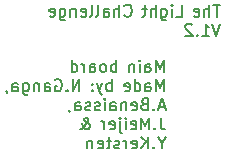
<source format=gbr>
%TF.GenerationSoftware,KiCad,Pcbnew,(7.0.0)*%
%TF.CreationDate,2023-12-23T17:06:12+01:00*%
%TF.ProjectId,PCB-light-challenge,5043422d-6c69-4676-9874-2d6368616c6c,rev?*%
%TF.SameCoordinates,Original*%
%TF.FileFunction,Legend,Bot*%
%TF.FilePolarity,Positive*%
%FSLAX46Y46*%
G04 Gerber Fmt 4.6, Leading zero omitted, Abs format (unit mm)*
G04 Created by KiCad (PCBNEW (7.0.0)) date 2023-12-23 17:06:12*
%MOMM*%
%LPD*%
G01*
G04 APERTURE LIST*
%ADD10C,0.150000*%
G04 APERTURE END LIST*
D10*
X223196161Y-126448380D02*
X222624733Y-126448380D01*
X222910447Y-127448380D02*
X222910447Y-126448380D01*
X222291399Y-127448380D02*
X222291399Y-126448380D01*
X221862828Y-127448380D02*
X221862828Y-126924571D01*
X221862828Y-126924571D02*
X221910447Y-126829333D01*
X221910447Y-126829333D02*
X222005685Y-126781714D01*
X222005685Y-126781714D02*
X222148542Y-126781714D01*
X222148542Y-126781714D02*
X222243780Y-126829333D01*
X222243780Y-126829333D02*
X222291399Y-126876952D01*
X221005685Y-127400761D02*
X221100923Y-127448380D01*
X221100923Y-127448380D02*
X221291399Y-127448380D01*
X221291399Y-127448380D02*
X221386637Y-127400761D01*
X221386637Y-127400761D02*
X221434256Y-127305523D01*
X221434256Y-127305523D02*
X221434256Y-126924571D01*
X221434256Y-126924571D02*
X221386637Y-126829333D01*
X221386637Y-126829333D02*
X221291399Y-126781714D01*
X221291399Y-126781714D02*
X221100923Y-126781714D01*
X221100923Y-126781714D02*
X221005685Y-126829333D01*
X221005685Y-126829333D02*
X220958066Y-126924571D01*
X220958066Y-126924571D02*
X220958066Y-127019809D01*
X220958066Y-127019809D02*
X221434256Y-127115047D01*
X219453304Y-127448380D02*
X219929494Y-127448380D01*
X219929494Y-127448380D02*
X219929494Y-126448380D01*
X219119970Y-127448380D02*
X219119970Y-126781714D01*
X219119970Y-126448380D02*
X219167589Y-126496000D01*
X219167589Y-126496000D02*
X219119970Y-126543619D01*
X219119970Y-126543619D02*
X219072351Y-126496000D01*
X219072351Y-126496000D02*
X219119970Y-126448380D01*
X219119970Y-126448380D02*
X219119970Y-126543619D01*
X218215209Y-126781714D02*
X218215209Y-127591238D01*
X218215209Y-127591238D02*
X218262828Y-127686476D01*
X218262828Y-127686476D02*
X218310447Y-127734095D01*
X218310447Y-127734095D02*
X218405685Y-127781714D01*
X218405685Y-127781714D02*
X218548542Y-127781714D01*
X218548542Y-127781714D02*
X218643780Y-127734095D01*
X218215209Y-127400761D02*
X218310447Y-127448380D01*
X218310447Y-127448380D02*
X218500923Y-127448380D01*
X218500923Y-127448380D02*
X218596161Y-127400761D01*
X218596161Y-127400761D02*
X218643780Y-127353142D01*
X218643780Y-127353142D02*
X218691399Y-127257904D01*
X218691399Y-127257904D02*
X218691399Y-126972190D01*
X218691399Y-126972190D02*
X218643780Y-126876952D01*
X218643780Y-126876952D02*
X218596161Y-126829333D01*
X218596161Y-126829333D02*
X218500923Y-126781714D01*
X218500923Y-126781714D02*
X218310447Y-126781714D01*
X218310447Y-126781714D02*
X218215209Y-126829333D01*
X217739018Y-127448380D02*
X217739018Y-126448380D01*
X217310447Y-127448380D02*
X217310447Y-126924571D01*
X217310447Y-126924571D02*
X217358066Y-126829333D01*
X217358066Y-126829333D02*
X217453304Y-126781714D01*
X217453304Y-126781714D02*
X217596161Y-126781714D01*
X217596161Y-126781714D02*
X217691399Y-126829333D01*
X217691399Y-126829333D02*
X217739018Y-126876952D01*
X216977113Y-126781714D02*
X216596161Y-126781714D01*
X216834256Y-126448380D02*
X216834256Y-127305523D01*
X216834256Y-127305523D02*
X216786637Y-127400761D01*
X216786637Y-127400761D02*
X216691399Y-127448380D01*
X216691399Y-127448380D02*
X216596161Y-127448380D01*
X215091399Y-127353142D02*
X215139018Y-127400761D01*
X215139018Y-127400761D02*
X215281875Y-127448380D01*
X215281875Y-127448380D02*
X215377113Y-127448380D01*
X215377113Y-127448380D02*
X215519970Y-127400761D01*
X215519970Y-127400761D02*
X215615208Y-127305523D01*
X215615208Y-127305523D02*
X215662827Y-127210285D01*
X215662827Y-127210285D02*
X215710446Y-127019809D01*
X215710446Y-127019809D02*
X215710446Y-126876952D01*
X215710446Y-126876952D02*
X215662827Y-126686476D01*
X215662827Y-126686476D02*
X215615208Y-126591238D01*
X215615208Y-126591238D02*
X215519970Y-126496000D01*
X215519970Y-126496000D02*
X215377113Y-126448380D01*
X215377113Y-126448380D02*
X215281875Y-126448380D01*
X215281875Y-126448380D02*
X215139018Y-126496000D01*
X215139018Y-126496000D02*
X215091399Y-126543619D01*
X214662827Y-127448380D02*
X214662827Y-126448380D01*
X214234256Y-127448380D02*
X214234256Y-126924571D01*
X214234256Y-126924571D02*
X214281875Y-126829333D01*
X214281875Y-126829333D02*
X214377113Y-126781714D01*
X214377113Y-126781714D02*
X214519970Y-126781714D01*
X214519970Y-126781714D02*
X214615208Y-126829333D01*
X214615208Y-126829333D02*
X214662827Y-126876952D01*
X213329494Y-127448380D02*
X213329494Y-126924571D01*
X213329494Y-126924571D02*
X213377113Y-126829333D01*
X213377113Y-126829333D02*
X213472351Y-126781714D01*
X213472351Y-126781714D02*
X213662827Y-126781714D01*
X213662827Y-126781714D02*
X213758065Y-126829333D01*
X213329494Y-127400761D02*
X213424732Y-127448380D01*
X213424732Y-127448380D02*
X213662827Y-127448380D01*
X213662827Y-127448380D02*
X213758065Y-127400761D01*
X213758065Y-127400761D02*
X213805684Y-127305523D01*
X213805684Y-127305523D02*
X213805684Y-127210285D01*
X213805684Y-127210285D02*
X213758065Y-127115047D01*
X213758065Y-127115047D02*
X213662827Y-127067428D01*
X213662827Y-127067428D02*
X213424732Y-127067428D01*
X213424732Y-127067428D02*
X213329494Y-127019809D01*
X212710446Y-127448380D02*
X212805684Y-127400761D01*
X212805684Y-127400761D02*
X212853303Y-127305523D01*
X212853303Y-127305523D02*
X212853303Y-126448380D01*
X212186636Y-127448380D02*
X212281874Y-127400761D01*
X212281874Y-127400761D02*
X212329493Y-127305523D01*
X212329493Y-127305523D02*
X212329493Y-126448380D01*
X211424731Y-127400761D02*
X211519969Y-127448380D01*
X211519969Y-127448380D02*
X211710445Y-127448380D01*
X211710445Y-127448380D02*
X211805683Y-127400761D01*
X211805683Y-127400761D02*
X211853302Y-127305523D01*
X211853302Y-127305523D02*
X211853302Y-126924571D01*
X211853302Y-126924571D02*
X211805683Y-126829333D01*
X211805683Y-126829333D02*
X211710445Y-126781714D01*
X211710445Y-126781714D02*
X211519969Y-126781714D01*
X211519969Y-126781714D02*
X211424731Y-126829333D01*
X211424731Y-126829333D02*
X211377112Y-126924571D01*
X211377112Y-126924571D02*
X211377112Y-127019809D01*
X211377112Y-127019809D02*
X211853302Y-127115047D01*
X210948540Y-126781714D02*
X210948540Y-127448380D01*
X210948540Y-126876952D02*
X210900921Y-126829333D01*
X210900921Y-126829333D02*
X210805683Y-126781714D01*
X210805683Y-126781714D02*
X210662826Y-126781714D01*
X210662826Y-126781714D02*
X210567588Y-126829333D01*
X210567588Y-126829333D02*
X210519969Y-126924571D01*
X210519969Y-126924571D02*
X210519969Y-127448380D01*
X209615207Y-126781714D02*
X209615207Y-127591238D01*
X209615207Y-127591238D02*
X209662826Y-127686476D01*
X209662826Y-127686476D02*
X209710445Y-127734095D01*
X209710445Y-127734095D02*
X209805683Y-127781714D01*
X209805683Y-127781714D02*
X209948540Y-127781714D01*
X209948540Y-127781714D02*
X210043778Y-127734095D01*
X209615207Y-127400761D02*
X209710445Y-127448380D01*
X209710445Y-127448380D02*
X209900921Y-127448380D01*
X209900921Y-127448380D02*
X209996159Y-127400761D01*
X209996159Y-127400761D02*
X210043778Y-127353142D01*
X210043778Y-127353142D02*
X210091397Y-127257904D01*
X210091397Y-127257904D02*
X210091397Y-126972190D01*
X210091397Y-126972190D02*
X210043778Y-126876952D01*
X210043778Y-126876952D02*
X209996159Y-126829333D01*
X209996159Y-126829333D02*
X209900921Y-126781714D01*
X209900921Y-126781714D02*
X209710445Y-126781714D01*
X209710445Y-126781714D02*
X209615207Y-126829333D01*
X208758064Y-127400761D02*
X208853302Y-127448380D01*
X208853302Y-127448380D02*
X209043778Y-127448380D01*
X209043778Y-127448380D02*
X209139016Y-127400761D01*
X209139016Y-127400761D02*
X209186635Y-127305523D01*
X209186635Y-127305523D02*
X209186635Y-126924571D01*
X209186635Y-126924571D02*
X209139016Y-126829333D01*
X209139016Y-126829333D02*
X209043778Y-126781714D01*
X209043778Y-126781714D02*
X208853302Y-126781714D01*
X208853302Y-126781714D02*
X208758064Y-126829333D01*
X208758064Y-126829333D02*
X208710445Y-126924571D01*
X208710445Y-126924571D02*
X208710445Y-127019809D01*
X208710445Y-127019809D02*
X209186635Y-127115047D01*
X223196161Y-128068380D02*
X222862828Y-129068380D01*
X222862828Y-129068380D02*
X222529495Y-128068380D01*
X221672352Y-129068380D02*
X222243780Y-129068380D01*
X221958066Y-129068380D02*
X221958066Y-128068380D01*
X221958066Y-128068380D02*
X222053304Y-128211238D01*
X222053304Y-128211238D02*
X222148542Y-128306476D01*
X222148542Y-128306476D02*
X222243780Y-128354095D01*
X221243780Y-128973142D02*
X221196161Y-129020761D01*
X221196161Y-129020761D02*
X221243780Y-129068380D01*
X221243780Y-129068380D02*
X221291399Y-129020761D01*
X221291399Y-129020761D02*
X221243780Y-128973142D01*
X221243780Y-128973142D02*
X221243780Y-129068380D01*
X220815209Y-128163619D02*
X220767590Y-128116000D01*
X220767590Y-128116000D02*
X220672352Y-128068380D01*
X220672352Y-128068380D02*
X220434257Y-128068380D01*
X220434257Y-128068380D02*
X220339019Y-128116000D01*
X220339019Y-128116000D02*
X220291400Y-128163619D01*
X220291400Y-128163619D02*
X220243781Y-128258857D01*
X220243781Y-128258857D02*
X220243781Y-128354095D01*
X220243781Y-128354095D02*
X220291400Y-128496952D01*
X220291400Y-128496952D02*
X220862828Y-129068380D01*
X220862828Y-129068380D02*
X220243781Y-129068380D01*
X218430504Y-132138780D02*
X218430504Y-131138780D01*
X218430504Y-131138780D02*
X218097171Y-131853066D01*
X218097171Y-131853066D02*
X217763838Y-131138780D01*
X217763838Y-131138780D02*
X217763838Y-132138780D01*
X216859076Y-132138780D02*
X216859076Y-131614971D01*
X216859076Y-131614971D02*
X216906695Y-131519733D01*
X216906695Y-131519733D02*
X217001933Y-131472114D01*
X217001933Y-131472114D02*
X217192409Y-131472114D01*
X217192409Y-131472114D02*
X217287647Y-131519733D01*
X216859076Y-132091161D02*
X216954314Y-132138780D01*
X216954314Y-132138780D02*
X217192409Y-132138780D01*
X217192409Y-132138780D02*
X217287647Y-132091161D01*
X217287647Y-132091161D02*
X217335266Y-131995923D01*
X217335266Y-131995923D02*
X217335266Y-131900685D01*
X217335266Y-131900685D02*
X217287647Y-131805447D01*
X217287647Y-131805447D02*
X217192409Y-131757828D01*
X217192409Y-131757828D02*
X216954314Y-131757828D01*
X216954314Y-131757828D02*
X216859076Y-131710209D01*
X216382885Y-132138780D02*
X216382885Y-131472114D01*
X216382885Y-131138780D02*
X216430504Y-131186400D01*
X216430504Y-131186400D02*
X216382885Y-131234019D01*
X216382885Y-131234019D02*
X216335266Y-131186400D01*
X216335266Y-131186400D02*
X216382885Y-131138780D01*
X216382885Y-131138780D02*
X216382885Y-131234019D01*
X215906695Y-131472114D02*
X215906695Y-132138780D01*
X215906695Y-131567352D02*
X215859076Y-131519733D01*
X215859076Y-131519733D02*
X215763838Y-131472114D01*
X215763838Y-131472114D02*
X215620981Y-131472114D01*
X215620981Y-131472114D02*
X215525743Y-131519733D01*
X215525743Y-131519733D02*
X215478124Y-131614971D01*
X215478124Y-131614971D02*
X215478124Y-132138780D01*
X214401933Y-132138780D02*
X214401933Y-131138780D01*
X214401933Y-131519733D02*
X214306695Y-131472114D01*
X214306695Y-131472114D02*
X214116219Y-131472114D01*
X214116219Y-131472114D02*
X214020981Y-131519733D01*
X214020981Y-131519733D02*
X213973362Y-131567352D01*
X213973362Y-131567352D02*
X213925743Y-131662590D01*
X213925743Y-131662590D02*
X213925743Y-131948304D01*
X213925743Y-131948304D02*
X213973362Y-132043542D01*
X213973362Y-132043542D02*
X214020981Y-132091161D01*
X214020981Y-132091161D02*
X214116219Y-132138780D01*
X214116219Y-132138780D02*
X214306695Y-132138780D01*
X214306695Y-132138780D02*
X214401933Y-132091161D01*
X213354314Y-132138780D02*
X213449552Y-132091161D01*
X213449552Y-132091161D02*
X213497171Y-132043542D01*
X213497171Y-132043542D02*
X213544790Y-131948304D01*
X213544790Y-131948304D02*
X213544790Y-131662590D01*
X213544790Y-131662590D02*
X213497171Y-131567352D01*
X213497171Y-131567352D02*
X213449552Y-131519733D01*
X213449552Y-131519733D02*
X213354314Y-131472114D01*
X213354314Y-131472114D02*
X213211457Y-131472114D01*
X213211457Y-131472114D02*
X213116219Y-131519733D01*
X213116219Y-131519733D02*
X213068600Y-131567352D01*
X213068600Y-131567352D02*
X213020981Y-131662590D01*
X213020981Y-131662590D02*
X213020981Y-131948304D01*
X213020981Y-131948304D02*
X213068600Y-132043542D01*
X213068600Y-132043542D02*
X213116219Y-132091161D01*
X213116219Y-132091161D02*
X213211457Y-132138780D01*
X213211457Y-132138780D02*
X213354314Y-132138780D01*
X212163838Y-132138780D02*
X212163838Y-131614971D01*
X212163838Y-131614971D02*
X212211457Y-131519733D01*
X212211457Y-131519733D02*
X212306695Y-131472114D01*
X212306695Y-131472114D02*
X212497171Y-131472114D01*
X212497171Y-131472114D02*
X212592409Y-131519733D01*
X212163838Y-132091161D02*
X212259076Y-132138780D01*
X212259076Y-132138780D02*
X212497171Y-132138780D01*
X212497171Y-132138780D02*
X212592409Y-132091161D01*
X212592409Y-132091161D02*
X212640028Y-131995923D01*
X212640028Y-131995923D02*
X212640028Y-131900685D01*
X212640028Y-131900685D02*
X212592409Y-131805447D01*
X212592409Y-131805447D02*
X212497171Y-131757828D01*
X212497171Y-131757828D02*
X212259076Y-131757828D01*
X212259076Y-131757828D02*
X212163838Y-131710209D01*
X211687647Y-132138780D02*
X211687647Y-131472114D01*
X211687647Y-131662590D02*
X211640028Y-131567352D01*
X211640028Y-131567352D02*
X211592409Y-131519733D01*
X211592409Y-131519733D02*
X211497171Y-131472114D01*
X211497171Y-131472114D02*
X211401933Y-131472114D01*
X210640028Y-132138780D02*
X210640028Y-131138780D01*
X210640028Y-132091161D02*
X210735266Y-132138780D01*
X210735266Y-132138780D02*
X210925742Y-132138780D01*
X210925742Y-132138780D02*
X211020980Y-132091161D01*
X211020980Y-132091161D02*
X211068599Y-132043542D01*
X211068599Y-132043542D02*
X211116218Y-131948304D01*
X211116218Y-131948304D02*
X211116218Y-131662590D01*
X211116218Y-131662590D02*
X211068599Y-131567352D01*
X211068599Y-131567352D02*
X211020980Y-131519733D01*
X211020980Y-131519733D02*
X210925742Y-131472114D01*
X210925742Y-131472114D02*
X210735266Y-131472114D01*
X210735266Y-131472114D02*
X210640028Y-131519733D01*
X218430504Y-133758780D02*
X218430504Y-132758780D01*
X218430504Y-132758780D02*
X218097171Y-133473066D01*
X218097171Y-133473066D02*
X217763838Y-132758780D01*
X217763838Y-132758780D02*
X217763838Y-133758780D01*
X216859076Y-133758780D02*
X216859076Y-133234971D01*
X216859076Y-133234971D02*
X216906695Y-133139733D01*
X216906695Y-133139733D02*
X217001933Y-133092114D01*
X217001933Y-133092114D02*
X217192409Y-133092114D01*
X217192409Y-133092114D02*
X217287647Y-133139733D01*
X216859076Y-133711161D02*
X216954314Y-133758780D01*
X216954314Y-133758780D02*
X217192409Y-133758780D01*
X217192409Y-133758780D02*
X217287647Y-133711161D01*
X217287647Y-133711161D02*
X217335266Y-133615923D01*
X217335266Y-133615923D02*
X217335266Y-133520685D01*
X217335266Y-133520685D02*
X217287647Y-133425447D01*
X217287647Y-133425447D02*
X217192409Y-133377828D01*
X217192409Y-133377828D02*
X216954314Y-133377828D01*
X216954314Y-133377828D02*
X216859076Y-133330209D01*
X215954314Y-133758780D02*
X215954314Y-132758780D01*
X215954314Y-133711161D02*
X216049552Y-133758780D01*
X216049552Y-133758780D02*
X216240028Y-133758780D01*
X216240028Y-133758780D02*
X216335266Y-133711161D01*
X216335266Y-133711161D02*
X216382885Y-133663542D01*
X216382885Y-133663542D02*
X216430504Y-133568304D01*
X216430504Y-133568304D02*
X216430504Y-133282590D01*
X216430504Y-133282590D02*
X216382885Y-133187352D01*
X216382885Y-133187352D02*
X216335266Y-133139733D01*
X216335266Y-133139733D02*
X216240028Y-133092114D01*
X216240028Y-133092114D02*
X216049552Y-133092114D01*
X216049552Y-133092114D02*
X215954314Y-133139733D01*
X215097171Y-133711161D02*
X215192409Y-133758780D01*
X215192409Y-133758780D02*
X215382885Y-133758780D01*
X215382885Y-133758780D02*
X215478123Y-133711161D01*
X215478123Y-133711161D02*
X215525742Y-133615923D01*
X215525742Y-133615923D02*
X215525742Y-133234971D01*
X215525742Y-133234971D02*
X215478123Y-133139733D01*
X215478123Y-133139733D02*
X215382885Y-133092114D01*
X215382885Y-133092114D02*
X215192409Y-133092114D01*
X215192409Y-133092114D02*
X215097171Y-133139733D01*
X215097171Y-133139733D02*
X215049552Y-133234971D01*
X215049552Y-133234971D02*
X215049552Y-133330209D01*
X215049552Y-133330209D02*
X215525742Y-133425447D01*
X214020980Y-133758780D02*
X214020980Y-132758780D01*
X214020980Y-133139733D02*
X213925742Y-133092114D01*
X213925742Y-133092114D02*
X213735266Y-133092114D01*
X213735266Y-133092114D02*
X213640028Y-133139733D01*
X213640028Y-133139733D02*
X213592409Y-133187352D01*
X213592409Y-133187352D02*
X213544790Y-133282590D01*
X213544790Y-133282590D02*
X213544790Y-133568304D01*
X213544790Y-133568304D02*
X213592409Y-133663542D01*
X213592409Y-133663542D02*
X213640028Y-133711161D01*
X213640028Y-133711161D02*
X213735266Y-133758780D01*
X213735266Y-133758780D02*
X213925742Y-133758780D01*
X213925742Y-133758780D02*
X214020980Y-133711161D01*
X213211456Y-133092114D02*
X212973361Y-133758780D01*
X212735266Y-133092114D02*
X212973361Y-133758780D01*
X212973361Y-133758780D02*
X213068599Y-133996876D01*
X213068599Y-133996876D02*
X213116218Y-134044495D01*
X213116218Y-134044495D02*
X213211456Y-134092114D01*
X212354313Y-133663542D02*
X212306694Y-133711161D01*
X212306694Y-133711161D02*
X212354313Y-133758780D01*
X212354313Y-133758780D02*
X212401932Y-133711161D01*
X212401932Y-133711161D02*
X212354313Y-133663542D01*
X212354313Y-133663542D02*
X212354313Y-133758780D01*
X212354313Y-133139733D02*
X212306694Y-133187352D01*
X212306694Y-133187352D02*
X212354313Y-133234971D01*
X212354313Y-133234971D02*
X212401932Y-133187352D01*
X212401932Y-133187352D02*
X212354313Y-133139733D01*
X212354313Y-133139733D02*
X212354313Y-133234971D01*
X211278123Y-133758780D02*
X211278123Y-132758780D01*
X211278123Y-132758780D02*
X210706695Y-133758780D01*
X210706695Y-133758780D02*
X210706695Y-132758780D01*
X210230504Y-133663542D02*
X210182885Y-133711161D01*
X210182885Y-133711161D02*
X210230504Y-133758780D01*
X210230504Y-133758780D02*
X210278123Y-133711161D01*
X210278123Y-133711161D02*
X210230504Y-133663542D01*
X210230504Y-133663542D02*
X210230504Y-133758780D01*
X209230505Y-132806400D02*
X209325743Y-132758780D01*
X209325743Y-132758780D02*
X209468600Y-132758780D01*
X209468600Y-132758780D02*
X209611457Y-132806400D01*
X209611457Y-132806400D02*
X209706695Y-132901638D01*
X209706695Y-132901638D02*
X209754314Y-132996876D01*
X209754314Y-132996876D02*
X209801933Y-133187352D01*
X209801933Y-133187352D02*
X209801933Y-133330209D01*
X209801933Y-133330209D02*
X209754314Y-133520685D01*
X209754314Y-133520685D02*
X209706695Y-133615923D01*
X209706695Y-133615923D02*
X209611457Y-133711161D01*
X209611457Y-133711161D02*
X209468600Y-133758780D01*
X209468600Y-133758780D02*
X209373362Y-133758780D01*
X209373362Y-133758780D02*
X209230505Y-133711161D01*
X209230505Y-133711161D02*
X209182886Y-133663542D01*
X209182886Y-133663542D02*
X209182886Y-133330209D01*
X209182886Y-133330209D02*
X209373362Y-133330209D01*
X208325743Y-133758780D02*
X208325743Y-133234971D01*
X208325743Y-133234971D02*
X208373362Y-133139733D01*
X208373362Y-133139733D02*
X208468600Y-133092114D01*
X208468600Y-133092114D02*
X208659076Y-133092114D01*
X208659076Y-133092114D02*
X208754314Y-133139733D01*
X208325743Y-133711161D02*
X208420981Y-133758780D01*
X208420981Y-133758780D02*
X208659076Y-133758780D01*
X208659076Y-133758780D02*
X208754314Y-133711161D01*
X208754314Y-133711161D02*
X208801933Y-133615923D01*
X208801933Y-133615923D02*
X208801933Y-133520685D01*
X208801933Y-133520685D02*
X208754314Y-133425447D01*
X208754314Y-133425447D02*
X208659076Y-133377828D01*
X208659076Y-133377828D02*
X208420981Y-133377828D01*
X208420981Y-133377828D02*
X208325743Y-133330209D01*
X207849552Y-133092114D02*
X207849552Y-133758780D01*
X207849552Y-133187352D02*
X207801933Y-133139733D01*
X207801933Y-133139733D02*
X207706695Y-133092114D01*
X207706695Y-133092114D02*
X207563838Y-133092114D01*
X207563838Y-133092114D02*
X207468600Y-133139733D01*
X207468600Y-133139733D02*
X207420981Y-133234971D01*
X207420981Y-133234971D02*
X207420981Y-133758780D01*
X206516219Y-133092114D02*
X206516219Y-133901638D01*
X206516219Y-133901638D02*
X206563838Y-133996876D01*
X206563838Y-133996876D02*
X206611457Y-134044495D01*
X206611457Y-134044495D02*
X206706695Y-134092114D01*
X206706695Y-134092114D02*
X206849552Y-134092114D01*
X206849552Y-134092114D02*
X206944790Y-134044495D01*
X206516219Y-133711161D02*
X206611457Y-133758780D01*
X206611457Y-133758780D02*
X206801933Y-133758780D01*
X206801933Y-133758780D02*
X206897171Y-133711161D01*
X206897171Y-133711161D02*
X206944790Y-133663542D01*
X206944790Y-133663542D02*
X206992409Y-133568304D01*
X206992409Y-133568304D02*
X206992409Y-133282590D01*
X206992409Y-133282590D02*
X206944790Y-133187352D01*
X206944790Y-133187352D02*
X206897171Y-133139733D01*
X206897171Y-133139733D02*
X206801933Y-133092114D01*
X206801933Y-133092114D02*
X206611457Y-133092114D01*
X206611457Y-133092114D02*
X206516219Y-133139733D01*
X205611457Y-133758780D02*
X205611457Y-133234971D01*
X205611457Y-133234971D02*
X205659076Y-133139733D01*
X205659076Y-133139733D02*
X205754314Y-133092114D01*
X205754314Y-133092114D02*
X205944790Y-133092114D01*
X205944790Y-133092114D02*
X206040028Y-133139733D01*
X205611457Y-133711161D02*
X205706695Y-133758780D01*
X205706695Y-133758780D02*
X205944790Y-133758780D01*
X205944790Y-133758780D02*
X206040028Y-133711161D01*
X206040028Y-133711161D02*
X206087647Y-133615923D01*
X206087647Y-133615923D02*
X206087647Y-133520685D01*
X206087647Y-133520685D02*
X206040028Y-133425447D01*
X206040028Y-133425447D02*
X205944790Y-133377828D01*
X205944790Y-133377828D02*
X205706695Y-133377828D01*
X205706695Y-133377828D02*
X205611457Y-133330209D01*
X205087647Y-133711161D02*
X205087647Y-133758780D01*
X205087647Y-133758780D02*
X205135266Y-133854019D01*
X205135266Y-133854019D02*
X205182885Y-133901638D01*
X218478123Y-135093066D02*
X218001933Y-135093066D01*
X218573361Y-135378780D02*
X218240028Y-134378780D01*
X218240028Y-134378780D02*
X217906695Y-135378780D01*
X217573361Y-135283542D02*
X217525742Y-135331161D01*
X217525742Y-135331161D02*
X217573361Y-135378780D01*
X217573361Y-135378780D02*
X217620980Y-135331161D01*
X217620980Y-135331161D02*
X217573361Y-135283542D01*
X217573361Y-135283542D02*
X217573361Y-135378780D01*
X216763838Y-134854971D02*
X216620981Y-134902590D01*
X216620981Y-134902590D02*
X216573362Y-134950209D01*
X216573362Y-134950209D02*
X216525743Y-135045447D01*
X216525743Y-135045447D02*
X216525743Y-135188304D01*
X216525743Y-135188304D02*
X216573362Y-135283542D01*
X216573362Y-135283542D02*
X216620981Y-135331161D01*
X216620981Y-135331161D02*
X216716219Y-135378780D01*
X216716219Y-135378780D02*
X217097171Y-135378780D01*
X217097171Y-135378780D02*
X217097171Y-134378780D01*
X217097171Y-134378780D02*
X216763838Y-134378780D01*
X216763838Y-134378780D02*
X216668600Y-134426400D01*
X216668600Y-134426400D02*
X216620981Y-134474019D01*
X216620981Y-134474019D02*
X216573362Y-134569257D01*
X216573362Y-134569257D02*
X216573362Y-134664495D01*
X216573362Y-134664495D02*
X216620981Y-134759733D01*
X216620981Y-134759733D02*
X216668600Y-134807352D01*
X216668600Y-134807352D02*
X216763838Y-134854971D01*
X216763838Y-134854971D02*
X217097171Y-134854971D01*
X215716219Y-135331161D02*
X215811457Y-135378780D01*
X215811457Y-135378780D02*
X216001933Y-135378780D01*
X216001933Y-135378780D02*
X216097171Y-135331161D01*
X216097171Y-135331161D02*
X216144790Y-135235923D01*
X216144790Y-135235923D02*
X216144790Y-134854971D01*
X216144790Y-134854971D02*
X216097171Y-134759733D01*
X216097171Y-134759733D02*
X216001933Y-134712114D01*
X216001933Y-134712114D02*
X215811457Y-134712114D01*
X215811457Y-134712114D02*
X215716219Y-134759733D01*
X215716219Y-134759733D02*
X215668600Y-134854971D01*
X215668600Y-134854971D02*
X215668600Y-134950209D01*
X215668600Y-134950209D02*
X216144790Y-135045447D01*
X215240028Y-134712114D02*
X215240028Y-135378780D01*
X215240028Y-134807352D02*
X215192409Y-134759733D01*
X215192409Y-134759733D02*
X215097171Y-134712114D01*
X215097171Y-134712114D02*
X214954314Y-134712114D01*
X214954314Y-134712114D02*
X214859076Y-134759733D01*
X214859076Y-134759733D02*
X214811457Y-134854971D01*
X214811457Y-134854971D02*
X214811457Y-135378780D01*
X213906695Y-135378780D02*
X213906695Y-134854971D01*
X213906695Y-134854971D02*
X213954314Y-134759733D01*
X213954314Y-134759733D02*
X214049552Y-134712114D01*
X214049552Y-134712114D02*
X214240028Y-134712114D01*
X214240028Y-134712114D02*
X214335266Y-134759733D01*
X213906695Y-135331161D02*
X214001933Y-135378780D01*
X214001933Y-135378780D02*
X214240028Y-135378780D01*
X214240028Y-135378780D02*
X214335266Y-135331161D01*
X214335266Y-135331161D02*
X214382885Y-135235923D01*
X214382885Y-135235923D02*
X214382885Y-135140685D01*
X214382885Y-135140685D02*
X214335266Y-135045447D01*
X214335266Y-135045447D02*
X214240028Y-134997828D01*
X214240028Y-134997828D02*
X214001933Y-134997828D01*
X214001933Y-134997828D02*
X213906695Y-134950209D01*
X213430504Y-135378780D02*
X213430504Y-134712114D01*
X213430504Y-134378780D02*
X213478123Y-134426400D01*
X213478123Y-134426400D02*
X213430504Y-134474019D01*
X213430504Y-134474019D02*
X213382885Y-134426400D01*
X213382885Y-134426400D02*
X213430504Y-134378780D01*
X213430504Y-134378780D02*
X213430504Y-134474019D01*
X213001933Y-135331161D02*
X212906695Y-135378780D01*
X212906695Y-135378780D02*
X212716219Y-135378780D01*
X212716219Y-135378780D02*
X212620981Y-135331161D01*
X212620981Y-135331161D02*
X212573362Y-135235923D01*
X212573362Y-135235923D02*
X212573362Y-135188304D01*
X212573362Y-135188304D02*
X212620981Y-135093066D01*
X212620981Y-135093066D02*
X212716219Y-135045447D01*
X212716219Y-135045447D02*
X212859076Y-135045447D01*
X212859076Y-135045447D02*
X212954314Y-134997828D01*
X212954314Y-134997828D02*
X213001933Y-134902590D01*
X213001933Y-134902590D02*
X213001933Y-134854971D01*
X213001933Y-134854971D02*
X212954314Y-134759733D01*
X212954314Y-134759733D02*
X212859076Y-134712114D01*
X212859076Y-134712114D02*
X212716219Y-134712114D01*
X212716219Y-134712114D02*
X212620981Y-134759733D01*
X212192409Y-135331161D02*
X212097171Y-135378780D01*
X212097171Y-135378780D02*
X211906695Y-135378780D01*
X211906695Y-135378780D02*
X211811457Y-135331161D01*
X211811457Y-135331161D02*
X211763838Y-135235923D01*
X211763838Y-135235923D02*
X211763838Y-135188304D01*
X211763838Y-135188304D02*
X211811457Y-135093066D01*
X211811457Y-135093066D02*
X211906695Y-135045447D01*
X211906695Y-135045447D02*
X212049552Y-135045447D01*
X212049552Y-135045447D02*
X212144790Y-134997828D01*
X212144790Y-134997828D02*
X212192409Y-134902590D01*
X212192409Y-134902590D02*
X212192409Y-134854971D01*
X212192409Y-134854971D02*
X212144790Y-134759733D01*
X212144790Y-134759733D02*
X212049552Y-134712114D01*
X212049552Y-134712114D02*
X211906695Y-134712114D01*
X211906695Y-134712114D02*
X211811457Y-134759733D01*
X210906695Y-135378780D02*
X210906695Y-134854971D01*
X210906695Y-134854971D02*
X210954314Y-134759733D01*
X210954314Y-134759733D02*
X211049552Y-134712114D01*
X211049552Y-134712114D02*
X211240028Y-134712114D01*
X211240028Y-134712114D02*
X211335266Y-134759733D01*
X210906695Y-135331161D02*
X211001933Y-135378780D01*
X211001933Y-135378780D02*
X211240028Y-135378780D01*
X211240028Y-135378780D02*
X211335266Y-135331161D01*
X211335266Y-135331161D02*
X211382885Y-135235923D01*
X211382885Y-135235923D02*
X211382885Y-135140685D01*
X211382885Y-135140685D02*
X211335266Y-135045447D01*
X211335266Y-135045447D02*
X211240028Y-134997828D01*
X211240028Y-134997828D02*
X211001933Y-134997828D01*
X211001933Y-134997828D02*
X210906695Y-134950209D01*
X210382885Y-135331161D02*
X210382885Y-135378780D01*
X210382885Y-135378780D02*
X210430504Y-135474019D01*
X210430504Y-135474019D02*
X210478123Y-135521638D01*
X218144790Y-135998780D02*
X218144790Y-136713066D01*
X218144790Y-136713066D02*
X218192409Y-136855923D01*
X218192409Y-136855923D02*
X218287647Y-136951161D01*
X218287647Y-136951161D02*
X218430504Y-136998780D01*
X218430504Y-136998780D02*
X218525742Y-136998780D01*
X217668599Y-136903542D02*
X217620980Y-136951161D01*
X217620980Y-136951161D02*
X217668599Y-136998780D01*
X217668599Y-136998780D02*
X217716218Y-136951161D01*
X217716218Y-136951161D02*
X217668599Y-136903542D01*
X217668599Y-136903542D02*
X217668599Y-136998780D01*
X217192409Y-136998780D02*
X217192409Y-135998780D01*
X217192409Y-135998780D02*
X216859076Y-136713066D01*
X216859076Y-136713066D02*
X216525743Y-135998780D01*
X216525743Y-135998780D02*
X216525743Y-136998780D01*
X215668600Y-136951161D02*
X215763838Y-136998780D01*
X215763838Y-136998780D02*
X215954314Y-136998780D01*
X215954314Y-136998780D02*
X216049552Y-136951161D01*
X216049552Y-136951161D02*
X216097171Y-136855923D01*
X216097171Y-136855923D02*
X216097171Y-136474971D01*
X216097171Y-136474971D02*
X216049552Y-136379733D01*
X216049552Y-136379733D02*
X215954314Y-136332114D01*
X215954314Y-136332114D02*
X215763838Y-136332114D01*
X215763838Y-136332114D02*
X215668600Y-136379733D01*
X215668600Y-136379733D02*
X215620981Y-136474971D01*
X215620981Y-136474971D02*
X215620981Y-136570209D01*
X215620981Y-136570209D02*
X216097171Y-136665447D01*
X215192409Y-136998780D02*
X215192409Y-136332114D01*
X215192409Y-135998780D02*
X215240028Y-136046400D01*
X215240028Y-136046400D02*
X215192409Y-136094019D01*
X215192409Y-136094019D02*
X215144790Y-136046400D01*
X215144790Y-136046400D02*
X215192409Y-135998780D01*
X215192409Y-135998780D02*
X215192409Y-136094019D01*
X214716219Y-136332114D02*
X214716219Y-137189257D01*
X214716219Y-137189257D02*
X214763838Y-137284495D01*
X214763838Y-137284495D02*
X214859076Y-137332114D01*
X214859076Y-137332114D02*
X214906695Y-137332114D01*
X214716219Y-135998780D02*
X214763838Y-136046400D01*
X214763838Y-136046400D02*
X214716219Y-136094019D01*
X214716219Y-136094019D02*
X214668600Y-136046400D01*
X214668600Y-136046400D02*
X214716219Y-135998780D01*
X214716219Y-135998780D02*
X214716219Y-136094019D01*
X213859077Y-136951161D02*
X213954315Y-136998780D01*
X213954315Y-136998780D02*
X214144791Y-136998780D01*
X214144791Y-136998780D02*
X214240029Y-136951161D01*
X214240029Y-136951161D02*
X214287648Y-136855923D01*
X214287648Y-136855923D02*
X214287648Y-136474971D01*
X214287648Y-136474971D02*
X214240029Y-136379733D01*
X214240029Y-136379733D02*
X214144791Y-136332114D01*
X214144791Y-136332114D02*
X213954315Y-136332114D01*
X213954315Y-136332114D02*
X213859077Y-136379733D01*
X213859077Y-136379733D02*
X213811458Y-136474971D01*
X213811458Y-136474971D02*
X213811458Y-136570209D01*
X213811458Y-136570209D02*
X214287648Y-136665447D01*
X213382886Y-136998780D02*
X213382886Y-136332114D01*
X213382886Y-136522590D02*
X213335267Y-136427352D01*
X213335267Y-136427352D02*
X213287648Y-136379733D01*
X213287648Y-136379733D02*
X213192410Y-136332114D01*
X213192410Y-136332114D02*
X213097172Y-136332114D01*
X211354314Y-136998780D02*
X211401934Y-136998780D01*
X211401934Y-136998780D02*
X211497172Y-136951161D01*
X211497172Y-136951161D02*
X211640029Y-136808304D01*
X211640029Y-136808304D02*
X211878124Y-136522590D01*
X211878124Y-136522590D02*
X211973362Y-136379733D01*
X211973362Y-136379733D02*
X212020981Y-136236876D01*
X212020981Y-136236876D02*
X212020981Y-136141638D01*
X212020981Y-136141638D02*
X211973362Y-136046400D01*
X211973362Y-136046400D02*
X211878124Y-135998780D01*
X211878124Y-135998780D02*
X211830505Y-135998780D01*
X211830505Y-135998780D02*
X211735267Y-136046400D01*
X211735267Y-136046400D02*
X211687648Y-136141638D01*
X211687648Y-136141638D02*
X211687648Y-136189257D01*
X211687648Y-136189257D02*
X211735267Y-136284495D01*
X211735267Y-136284495D02*
X211782886Y-136332114D01*
X211782886Y-136332114D02*
X212068600Y-136522590D01*
X212068600Y-136522590D02*
X212116219Y-136570209D01*
X212116219Y-136570209D02*
X212163838Y-136665447D01*
X212163838Y-136665447D02*
X212163838Y-136808304D01*
X212163838Y-136808304D02*
X212116219Y-136903542D01*
X212116219Y-136903542D02*
X212068600Y-136951161D01*
X212068600Y-136951161D02*
X211973362Y-136998780D01*
X211973362Y-136998780D02*
X211830505Y-136998780D01*
X211830505Y-136998780D02*
X211735267Y-136951161D01*
X211735267Y-136951161D02*
X211687648Y-136903542D01*
X211687648Y-136903542D02*
X211544791Y-136713066D01*
X211544791Y-136713066D02*
X211497172Y-136570209D01*
X211497172Y-136570209D02*
X211497172Y-136474971D01*
X218240028Y-138142590D02*
X218240028Y-138618780D01*
X218573361Y-137618780D02*
X218240028Y-138142590D01*
X218240028Y-138142590D02*
X217906695Y-137618780D01*
X217573361Y-138523542D02*
X217525742Y-138571161D01*
X217525742Y-138571161D02*
X217573361Y-138618780D01*
X217573361Y-138618780D02*
X217620980Y-138571161D01*
X217620980Y-138571161D02*
X217573361Y-138523542D01*
X217573361Y-138523542D02*
X217573361Y-138618780D01*
X217097171Y-138618780D02*
X217097171Y-137618780D01*
X216525743Y-138618780D02*
X216954314Y-138047352D01*
X216525743Y-137618780D02*
X217097171Y-138190209D01*
X215716219Y-138571161D02*
X215811457Y-138618780D01*
X215811457Y-138618780D02*
X216001933Y-138618780D01*
X216001933Y-138618780D02*
X216097171Y-138571161D01*
X216097171Y-138571161D02*
X216144790Y-138475923D01*
X216144790Y-138475923D02*
X216144790Y-138094971D01*
X216144790Y-138094971D02*
X216097171Y-137999733D01*
X216097171Y-137999733D02*
X216001933Y-137952114D01*
X216001933Y-137952114D02*
X215811457Y-137952114D01*
X215811457Y-137952114D02*
X215716219Y-137999733D01*
X215716219Y-137999733D02*
X215668600Y-138094971D01*
X215668600Y-138094971D02*
X215668600Y-138190209D01*
X215668600Y-138190209D02*
X216144790Y-138285447D01*
X215240028Y-138618780D02*
X215240028Y-137952114D01*
X215240028Y-138142590D02*
X215192409Y-138047352D01*
X215192409Y-138047352D02*
X215144790Y-137999733D01*
X215144790Y-137999733D02*
X215049552Y-137952114D01*
X215049552Y-137952114D02*
X214954314Y-137952114D01*
X214668599Y-138571161D02*
X214573361Y-138618780D01*
X214573361Y-138618780D02*
X214382885Y-138618780D01*
X214382885Y-138618780D02*
X214287647Y-138571161D01*
X214287647Y-138571161D02*
X214240028Y-138475923D01*
X214240028Y-138475923D02*
X214240028Y-138428304D01*
X214240028Y-138428304D02*
X214287647Y-138333066D01*
X214287647Y-138333066D02*
X214382885Y-138285447D01*
X214382885Y-138285447D02*
X214525742Y-138285447D01*
X214525742Y-138285447D02*
X214620980Y-138237828D01*
X214620980Y-138237828D02*
X214668599Y-138142590D01*
X214668599Y-138142590D02*
X214668599Y-138094971D01*
X214668599Y-138094971D02*
X214620980Y-137999733D01*
X214620980Y-137999733D02*
X214525742Y-137952114D01*
X214525742Y-137952114D02*
X214382885Y-137952114D01*
X214382885Y-137952114D02*
X214287647Y-137999733D01*
X213954313Y-137952114D02*
X213573361Y-137952114D01*
X213811456Y-137618780D02*
X213811456Y-138475923D01*
X213811456Y-138475923D02*
X213763837Y-138571161D01*
X213763837Y-138571161D02*
X213668599Y-138618780D01*
X213668599Y-138618780D02*
X213573361Y-138618780D01*
X212859075Y-138571161D02*
X212954313Y-138618780D01*
X212954313Y-138618780D02*
X213144789Y-138618780D01*
X213144789Y-138618780D02*
X213240027Y-138571161D01*
X213240027Y-138571161D02*
X213287646Y-138475923D01*
X213287646Y-138475923D02*
X213287646Y-138094971D01*
X213287646Y-138094971D02*
X213240027Y-137999733D01*
X213240027Y-137999733D02*
X213144789Y-137952114D01*
X213144789Y-137952114D02*
X212954313Y-137952114D01*
X212954313Y-137952114D02*
X212859075Y-137999733D01*
X212859075Y-137999733D02*
X212811456Y-138094971D01*
X212811456Y-138094971D02*
X212811456Y-138190209D01*
X212811456Y-138190209D02*
X213287646Y-138285447D01*
X212382884Y-137952114D02*
X212382884Y-138618780D01*
X212382884Y-138047352D02*
X212335265Y-137999733D01*
X212335265Y-137999733D02*
X212240027Y-137952114D01*
X212240027Y-137952114D02*
X212097170Y-137952114D01*
X212097170Y-137952114D02*
X212001932Y-137999733D01*
X212001932Y-137999733D02*
X211954313Y-138094971D01*
X211954313Y-138094971D02*
X211954313Y-138618780D01*
M02*

</source>
